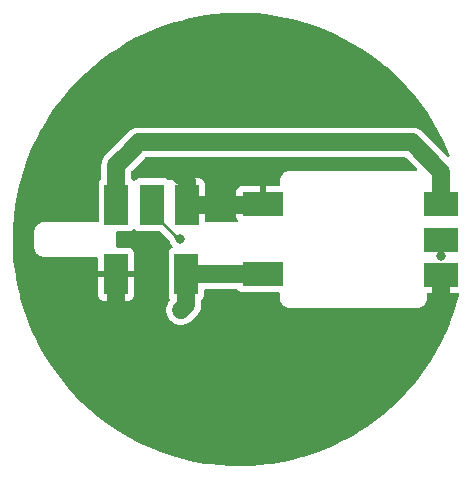
<source format=gbr>
%TF.GenerationSoftware,KiCad,Pcbnew,(6.0.0-0)*%
%TF.CreationDate,2022-03-12T21:24:33+01:00*%
%TF.ProjectId,GlowTubeLEDconnectorA_PCB,476c6f77-5475-4626-954c-4544636f6e6e,rev?*%
%TF.SameCoordinates,Original*%
%TF.FileFunction,Copper,L2,Bot*%
%TF.FilePolarity,Positive*%
%FSLAX46Y46*%
G04 Gerber Fmt 4.6, Leading zero omitted, Abs format (unit mm)*
G04 Created by KiCad (PCBNEW (6.0.0-0)) date 2022-03-12 21:24:33*
%MOMM*%
%LPD*%
G01*
G04 APERTURE LIST*
%TA.AperFunction,SMDPad,CuDef*%
%ADD10R,2.000000X3.500000*%
%TD*%
%TA.AperFunction,SMDPad,CuDef*%
%ADD11R,3.500000X2.000000*%
%TD*%
%TA.AperFunction,SMDPad,CuDef*%
%ADD12R,3.000000X2.000000*%
%TD*%
%TA.AperFunction,ViaPad*%
%ADD13C,0.800000*%
%TD*%
%TA.AperFunction,Conductor*%
%ADD14C,1.500000*%
%TD*%
%TA.AperFunction,Conductor*%
%ADD15C,0.250000*%
%TD*%
G04 APERTURE END LIST*
D10*
%TO.P,LED4,3,GND*%
%TO.N,GND*%
X92552800Y-72609000D03*
%TO.P,LED4,1,5V*%
%TO.N,+5V*%
X98517000Y-72609000D03*
%TD*%
D11*
%TO.P,LED3,1,5V*%
%TO.N,+5V*%
X104980000Y-72614000D03*
%TO.P,LED3,3,GND*%
%TO.N,GND*%
X104980000Y-66649800D03*
%TD*%
D12*
%TO.P,LED2,1,5V*%
%TO.N,+5V*%
X120105000Y-66681100D03*
%TO.P,LED2,2,Data*%
%TO.N,LED1 DATA OUT*%
X120105000Y-69686200D03*
%TO.P,LED2,3,GND*%
%TO.N,GND*%
X120105000Y-72645300D03*
%TD*%
D10*
%TO.P,LED1,3,GND*%
%TO.N,GND*%
X98557200Y-66711000D03*
%TO.P,LED1,2,Data*%
%TO.N,LED1 DATA OUT*%
X95598100Y-66711000D03*
%TO.P,LED1,1,5V*%
%TO.N,+5V*%
X92593000Y-66711000D03*
%TD*%
D13*
%TO.N,+5V*%
X93475000Y-62475000D03*
X98080000Y-75630000D03*
%TO.N,GND*%
X97320000Y-63490000D03*
X93550000Y-76720000D03*
%TO.N,LED1 DATA OUT*%
X98010000Y-69600000D03*
X120110000Y-71045798D03*
%TD*%
D14*
%TO.N,+5V*%
X94500000Y-61450000D02*
X93475000Y-62475000D01*
X93475000Y-62475000D02*
X92593000Y-63357000D01*
X98517000Y-72609000D02*
X98517000Y-75193000D01*
X98517000Y-75193000D02*
X98080000Y-75630000D01*
%TO.N,GND*%
X93550000Y-76720000D02*
X94550000Y-77720000D01*
X120105000Y-75445000D02*
X120105000Y-72645300D01*
X94550000Y-77720000D02*
X117830000Y-77720000D01*
X117830000Y-77720000D02*
X120105000Y-75445000D01*
X93550000Y-76720000D02*
X92552800Y-75722800D01*
X92552800Y-75722800D02*
X92552800Y-72609000D01*
X98557200Y-64727200D02*
X97320000Y-63490000D01*
X98557200Y-66711000D02*
X98557200Y-64727200D01*
D15*
%TO.N,LED1 DATA OUT*%
X98010000Y-69600000D02*
X97850000Y-69600000D01*
X97850000Y-69600000D02*
X95598100Y-67348100D01*
X95598100Y-67348100D02*
X95598100Y-66711000D01*
D14*
%TO.N,+5V*%
X120105000Y-66681100D02*
X120105000Y-63915000D01*
X120105000Y-63915000D02*
X117640000Y-61450000D01*
X117640000Y-61450000D02*
X94500000Y-61450000D01*
X92593000Y-63357000D02*
X92593000Y-66711000D01*
X104980000Y-72614000D02*
X98522000Y-72614000D01*
X98522000Y-72614000D02*
X98517000Y-72609000D01*
%TO.N,GND*%
X98557200Y-66711000D02*
X104918800Y-66711000D01*
X104918800Y-66711000D02*
X104980000Y-66649800D01*
D15*
%TO.N,LED1 DATA OUT*%
X120105000Y-71040798D02*
X120105000Y-69686200D01*
X120110000Y-71045798D02*
X120105000Y-71040798D01*
%TD*%
%TA.AperFunction,Conductor*%
%TO.N,GND*%
G36*
X103542999Y-50475468D02*
G01*
X103548714Y-50475627D01*
X104412739Y-50519397D01*
X104418440Y-50519816D01*
X105279561Y-50602732D01*
X105285238Y-50603409D01*
X106141727Y-50725305D01*
X106147368Y-50726239D01*
X106997418Y-50886858D01*
X107003010Y-50888046D01*
X107844948Y-51087072D01*
X107850481Y-51088514D01*
X108682470Y-51325512D01*
X108687928Y-51327201D01*
X109508358Y-51601713D01*
X109513718Y-51603642D01*
X110320852Y-51915090D01*
X110326115Y-51917260D01*
X111118282Y-52264997D01*
X111123464Y-52267413D01*
X111898998Y-52650706D01*
X111904065Y-52653355D01*
X112661460Y-53071460D01*
X112666401Y-53074335D01*
X113404032Y-53526356D01*
X113408837Y-53529453D01*
X114125190Y-54014460D01*
X114129851Y-54017772D01*
X114823503Y-54534804D01*
X114827976Y-54538300D01*
X115338666Y-54956294D01*
X115497450Y-55086257D01*
X115501791Y-55089978D01*
X116145688Y-55667714D01*
X116149856Y-55671627D01*
X116766921Y-56278015D01*
X116770905Y-56282113D01*
X117224742Y-56770499D01*
X117359799Y-56915838D01*
X117363595Y-56920114D01*
X117923134Y-57579901D01*
X117926732Y-57584344D01*
X118455764Y-58268831D01*
X118459157Y-58273432D01*
X118956615Y-58981243D01*
X118959795Y-58985994D01*
X119424615Y-59715616D01*
X119427577Y-59720507D01*
X119858818Y-60470458D01*
X119861555Y-60475477D01*
X120258348Y-61244248D01*
X120260847Y-61249374D01*
X120622359Y-62035355D01*
X120624610Y-62040556D01*
X120771572Y-62402479D01*
X120810518Y-62498393D01*
X120817614Y-62569034D01*
X120785392Y-62632298D01*
X120724082Y-62668098D01*
X120653150Y-62665068D01*
X120604680Y-62634892D01*
X118594525Y-60624737D01*
X118583657Y-60612346D01*
X118573533Y-60599152D01*
X118570123Y-60594708D01*
X118509826Y-60539842D01*
X118505531Y-60535743D01*
X118489590Y-60519802D01*
X118487440Y-60518004D01*
X118469577Y-60503068D01*
X118465602Y-60499600D01*
X118408112Y-60447288D01*
X118408103Y-60447281D01*
X118403964Y-60443515D01*
X118388773Y-60433986D01*
X118374907Y-60423911D01*
X118365451Y-60416004D01*
X118365441Y-60415997D01*
X118361146Y-60412406D01*
X118288752Y-60371113D01*
X118284232Y-60368408D01*
X118274620Y-60362378D01*
X118229692Y-60334195D01*
X118218404Y-60327114D01*
X118218401Y-60327112D01*
X118213656Y-60324136D01*
X118208451Y-60322043D01*
X118208448Y-60322042D01*
X118197021Y-60317448D01*
X118181589Y-60309988D01*
X118170881Y-60303880D01*
X118170872Y-60303876D01*
X118166007Y-60301101D01*
X118160730Y-60299232D01*
X118160725Y-60299230D01*
X118087458Y-60273285D01*
X118082522Y-60271420D01*
X118010416Y-60242434D01*
X118005217Y-60240344D01*
X117999730Y-60239208D01*
X117999728Y-60239207D01*
X117987651Y-60236706D01*
X117971156Y-60232101D01*
X117954241Y-60226111D01*
X117871990Y-60212641D01*
X117866820Y-60211683D01*
X117785233Y-60194787D01*
X117780621Y-60194521D01*
X117780620Y-60194521D01*
X117757452Y-60193185D01*
X117744347Y-60191738D01*
X117738090Y-60190714D01*
X117738086Y-60190714D01*
X117732543Y-60189806D01*
X117726930Y-60189894D01*
X117726928Y-60189894D01*
X117625736Y-60191484D01*
X117623757Y-60191500D01*
X94591396Y-60191500D01*
X94574949Y-60190422D01*
X94570270Y-60189806D01*
X94552914Y-60187521D01*
X94547314Y-60187785D01*
X94547313Y-60187785D01*
X94471504Y-60191360D01*
X94465569Y-60191500D01*
X94443001Y-60191500D01*
X94440218Y-60191748D01*
X94440204Y-60191749D01*
X94417023Y-60193818D01*
X94411760Y-60194177D01*
X94382342Y-60195564D01*
X94328512Y-60198103D01*
X94311023Y-60202108D01*
X94294104Y-60204788D01*
X94289618Y-60205189D01*
X94276238Y-60206383D01*
X94270830Y-60207862D01*
X94270827Y-60207863D01*
X94195870Y-60228369D01*
X94190752Y-60229655D01*
X94115000Y-60247005D01*
X94114998Y-60247006D01*
X94109530Y-60248258D01*
X94099030Y-60252737D01*
X94093033Y-60255294D01*
X94076858Y-60260927D01*
X94070806Y-60262583D01*
X94059549Y-60265663D01*
X94054494Y-60268074D01*
X94054489Y-60268076D01*
X93984317Y-60301546D01*
X93979508Y-60303717D01*
X93908053Y-60334195D01*
X93908047Y-60334198D01*
X93902892Y-60336397D01*
X93887902Y-60346244D01*
X93872974Y-60354655D01*
X93856782Y-60362378D01*
X93852229Y-60365650D01*
X93852225Y-60365652D01*
X93789103Y-60411010D01*
X93784753Y-60413999D01*
X93761277Y-60429420D01*
X93715126Y-60459735D01*
X93694338Y-60478257D01*
X93684061Y-60486490D01*
X93674346Y-60493471D01*
X93601166Y-60568986D01*
X93599970Y-60570221D01*
X93598581Y-60571632D01*
X92647491Y-61522721D01*
X91767733Y-62402479D01*
X91755342Y-62413346D01*
X91737708Y-62426877D01*
X91683188Y-62486794D01*
X91682842Y-62487174D01*
X91678743Y-62491469D01*
X91662802Y-62507410D01*
X91661007Y-62509557D01*
X91661005Y-62509559D01*
X91646068Y-62527423D01*
X91642600Y-62531398D01*
X91590288Y-62588888D01*
X91590281Y-62588897D01*
X91586515Y-62593036D01*
X91583538Y-62597782D01*
X91583537Y-62597783D01*
X91576987Y-62608225D01*
X91566911Y-62622093D01*
X91559004Y-62631549D01*
X91558997Y-62631559D01*
X91555406Y-62635854D01*
X91514118Y-62708240D01*
X91511413Y-62712759D01*
X91467136Y-62783344D01*
X91465043Y-62788549D01*
X91465042Y-62788552D01*
X91460448Y-62799979D01*
X91452988Y-62815411D01*
X91446880Y-62826119D01*
X91446876Y-62826128D01*
X91444101Y-62830993D01*
X91442232Y-62836270D01*
X91442230Y-62836275D01*
X91416285Y-62909542D01*
X91414420Y-62914478D01*
X91383344Y-62991783D01*
X91382208Y-62997270D01*
X91382207Y-62997272D01*
X91379706Y-63009349D01*
X91375101Y-63025844D01*
X91369111Y-63042759D01*
X91368204Y-63048298D01*
X91355643Y-63125001D01*
X91354683Y-63130180D01*
X91337787Y-63211767D01*
X91337521Y-63216379D01*
X91337521Y-63216380D01*
X91336185Y-63239548D01*
X91334738Y-63252653D01*
X91333714Y-63258910D01*
X91332806Y-63264457D01*
X91332894Y-63270070D01*
X91332894Y-63270072D01*
X91334484Y-63371264D01*
X91334500Y-63373243D01*
X91334500Y-64456198D01*
X91314498Y-64524319D01*
X91284065Y-64557024D01*
X91229739Y-64597739D01*
X91142385Y-64714295D01*
X91091255Y-64850684D01*
X91084500Y-64912866D01*
X91084500Y-68076000D01*
X91064498Y-68144121D01*
X91010842Y-68190614D01*
X90958500Y-68202000D01*
X86511635Y-68202000D01*
X86490731Y-68200254D01*
X86487565Y-68199721D01*
X86470967Y-68196929D01*
X86464777Y-68196853D01*
X86463292Y-68196835D01*
X86463287Y-68196835D01*
X86458428Y-68196776D01*
X86453614Y-68197465D01*
X86453605Y-68197466D01*
X86431779Y-68200592D01*
X86426278Y-68201256D01*
X86300032Y-68213691D01*
X86294108Y-68215488D01*
X86153646Y-68258096D01*
X86153643Y-68258097D01*
X86147723Y-68259893D01*
X86007355Y-68334922D01*
X85884321Y-68435893D01*
X85783350Y-68558927D01*
X85708321Y-68699295D01*
X85706525Y-68705215D01*
X85706524Y-68705218D01*
X85690071Y-68759459D01*
X85662119Y-68851604D01*
X85656209Y-68911615D01*
X85650745Y-68967090D01*
X85649854Y-68974109D01*
X85645242Y-69003730D01*
X85646406Y-69012632D01*
X85646406Y-69012635D01*
X85649364Y-69035251D01*
X85650428Y-69051589D01*
X85650428Y-70260672D01*
X85648928Y-70280056D01*
X85645242Y-70303730D01*
X85646406Y-70312631D01*
X85646406Y-70312637D01*
X85647650Y-70322147D01*
X85648107Y-70326133D01*
X85656208Y-70408385D01*
X85662119Y-70468396D01*
X85663914Y-70474314D01*
X85663915Y-70474318D01*
X85684348Y-70541676D01*
X85708321Y-70620705D01*
X85783350Y-70761073D01*
X85787281Y-70765863D01*
X85827058Y-70814331D01*
X85884321Y-70884107D01*
X85889106Y-70888034D01*
X85943782Y-70932905D01*
X86007355Y-70985078D01*
X86147723Y-71060107D01*
X86153643Y-71061903D01*
X86153646Y-71061904D01*
X86294110Y-71104513D01*
X86294114Y-71104514D01*
X86300032Y-71106309D01*
X86306195Y-71106916D01*
X86407229Y-71116867D01*
X86415784Y-71118006D01*
X86441096Y-71122265D01*
X86441101Y-71122265D01*
X86445889Y-71123071D01*
X86452188Y-71123148D01*
X86453569Y-71123165D01*
X86453573Y-71123165D01*
X86458428Y-71123224D01*
X86486016Y-71119273D01*
X86503879Y-71118000D01*
X90918800Y-71118000D01*
X90986921Y-71138002D01*
X91033414Y-71191658D01*
X91044800Y-71244000D01*
X91044800Y-72336885D01*
X91049275Y-72352124D01*
X91050665Y-72353329D01*
X91058348Y-72355000D01*
X94042684Y-72355000D01*
X94057923Y-72350525D01*
X94059128Y-72349135D01*
X94060799Y-72341452D01*
X94060799Y-70814331D01*
X94060429Y-70807510D01*
X94054905Y-70756648D01*
X94051279Y-70741396D01*
X94006124Y-70620946D01*
X93997586Y-70605351D01*
X93921085Y-70503276D01*
X93908524Y-70490715D01*
X93806449Y-70414214D01*
X93790854Y-70405676D01*
X93670406Y-70360522D01*
X93655151Y-70356895D01*
X93604286Y-70351369D01*
X93597472Y-70351000D01*
X92692428Y-70351001D01*
X92624307Y-70330999D01*
X92577814Y-70277343D01*
X92566428Y-70225001D01*
X92566428Y-69095500D01*
X92586430Y-69027379D01*
X92640086Y-68980886D01*
X92692428Y-68969500D01*
X93641134Y-68969500D01*
X93703316Y-68962745D01*
X93839705Y-68911615D01*
X93956261Y-68824261D01*
X93994724Y-68772940D01*
X94051583Y-68730425D01*
X94122402Y-68725399D01*
X94184695Y-68759459D01*
X94196376Y-68772940D01*
X94234839Y-68824261D01*
X94351395Y-68911615D01*
X94487784Y-68962745D01*
X94549966Y-68969500D01*
X96271406Y-68969500D01*
X96339527Y-68989502D01*
X96360501Y-69006405D01*
X97083521Y-69729425D01*
X97116386Y-69789951D01*
X97116458Y-69789928D01*
X97175473Y-69971556D01*
X97270960Y-70136944D01*
X97329812Y-70202305D01*
X97360527Y-70266310D01*
X97351764Y-70336763D01*
X97306301Y-70391295D01*
X97280407Y-70404594D01*
X97270295Y-70408385D01*
X97153739Y-70495739D01*
X97066385Y-70612295D01*
X97015255Y-70748684D01*
X97008500Y-70810866D01*
X97008500Y-74407134D01*
X97015255Y-74469316D01*
X97066385Y-74605705D01*
X97071770Y-74612890D01*
X97071771Y-74612892D01*
X97115020Y-74670599D01*
X97139868Y-74737106D01*
X97124815Y-74806488D01*
X97110857Y-74826986D01*
X97046003Y-74904552D01*
X97042406Y-74908854D01*
X96931101Y-75103993D01*
X96929232Y-75109270D01*
X96929230Y-75109275D01*
X96857984Y-75310469D01*
X96856111Y-75315759D01*
X96819806Y-75537457D01*
X96823335Y-75762081D01*
X96824415Y-75767586D01*
X96862384Y-75961115D01*
X96866585Y-75982529D01*
X96868623Y-75987755D01*
X96868624Y-75987760D01*
X96897895Y-76062836D01*
X96948190Y-76191835D01*
X97065570Y-76383382D01*
X97069305Y-76387575D01*
X97069308Y-76387578D01*
X97176887Y-76508321D01*
X97215015Y-76551115D01*
X97391801Y-76689734D01*
X97396760Y-76692359D01*
X97396759Y-76692359D01*
X97497697Y-76745802D01*
X97590341Y-76794854D01*
X97595687Y-76796560D01*
X97595689Y-76796561D01*
X97705925Y-76831742D01*
X97804357Y-76863156D01*
X97809914Y-76863888D01*
X97809916Y-76863888D01*
X97915721Y-76877817D01*
X98027086Y-76892479D01*
X98032685Y-76892215D01*
X98032687Y-76892215D01*
X98139287Y-76887187D01*
X98251488Y-76881896D01*
X98387347Y-76850780D01*
X98465005Y-76832994D01*
X98465009Y-76832993D01*
X98470470Y-76831742D01*
X98677109Y-76743603D01*
X98759117Y-76689734D01*
X98861020Y-76622797D01*
X98861024Y-76622794D01*
X98864874Y-76620265D01*
X98868312Y-76617202D01*
X98868317Y-76617198D01*
X98889383Y-76598428D01*
X98907509Y-76582278D01*
X99342270Y-76147518D01*
X99354654Y-76136657D01*
X99372292Y-76123123D01*
X99376063Y-76118978D01*
X99376067Y-76118975D01*
X99427149Y-76062836D01*
X99431247Y-76058541D01*
X99447198Y-76042590D01*
X99463942Y-76022564D01*
X99467401Y-76018599D01*
X99505235Y-75977021D01*
X99523485Y-75956964D01*
X99533016Y-75941770D01*
X99543085Y-75927910D01*
X99554593Y-75914147D01*
X99595869Y-75841782D01*
X99598579Y-75837253D01*
X99639885Y-75771405D01*
X99642864Y-75766656D01*
X99649553Y-75750017D01*
X99657012Y-75734587D01*
X99663119Y-75723881D01*
X99663123Y-75723872D01*
X99665898Y-75719007D01*
X99693712Y-75640462D01*
X99695573Y-75635537D01*
X99724561Y-75563428D01*
X99726656Y-75558217D01*
X99730296Y-75540639D01*
X99734902Y-75524146D01*
X99740888Y-75507241D01*
X99748572Y-75460322D01*
X99754352Y-75425023D01*
X99755314Y-75419833D01*
X99757329Y-75410107D01*
X99772213Y-75338233D01*
X99773816Y-75310437D01*
X99775263Y-75297331D01*
X99776286Y-75291086D01*
X99776287Y-75291079D01*
X99777193Y-75285543D01*
X99776004Y-75209808D01*
X99775516Y-75178770D01*
X99775500Y-75176791D01*
X99775500Y-74863802D01*
X99795502Y-74795681D01*
X99825935Y-74762976D01*
X99873081Y-74727642D01*
X99880261Y-74722261D01*
X99967615Y-74605705D01*
X100018745Y-74469316D01*
X100025500Y-74407134D01*
X100025500Y-73998500D01*
X100045502Y-73930379D01*
X100099158Y-73883886D01*
X100151500Y-73872500D01*
X102725198Y-73872500D01*
X102793319Y-73892502D01*
X102826024Y-73922935D01*
X102866739Y-73977261D01*
X102983295Y-74064615D01*
X103119684Y-74115745D01*
X103181866Y-74122500D01*
X106324428Y-74122500D01*
X106392549Y-74142502D01*
X106439042Y-74196158D01*
X106450428Y-74248500D01*
X106450428Y-74610672D01*
X106448928Y-74630056D01*
X106445242Y-74653730D01*
X106446406Y-74662631D01*
X106446406Y-74662637D01*
X106447650Y-74672147D01*
X106448107Y-74676133D01*
X106458378Y-74780410D01*
X106462119Y-74818396D01*
X106463914Y-74824314D01*
X106463915Y-74824318D01*
X106484293Y-74891496D01*
X106508321Y-74970705D01*
X106583350Y-75111073D01*
X106684321Y-75234107D01*
X106689106Y-75238034D01*
X106777330Y-75310437D01*
X106807355Y-75335078D01*
X106947723Y-75410107D01*
X106953643Y-75411903D01*
X106953646Y-75411904D01*
X107094110Y-75454513D01*
X107094114Y-75454514D01*
X107100032Y-75456309D01*
X107106195Y-75456916D01*
X107207229Y-75466867D01*
X107215784Y-75468006D01*
X107241096Y-75472265D01*
X107241101Y-75472265D01*
X107245889Y-75473071D01*
X107252188Y-75473148D01*
X107253569Y-75473165D01*
X107253573Y-75473165D01*
X107258428Y-75473224D01*
X107286016Y-75469273D01*
X107303879Y-75468000D01*
X118016793Y-75468000D01*
X118037697Y-75469746D01*
X118057461Y-75473071D01*
X118063651Y-75473147D01*
X118065136Y-75473165D01*
X118065141Y-75473165D01*
X118070000Y-75473224D01*
X118074814Y-75472535D01*
X118074823Y-75472534D01*
X118096649Y-75469408D01*
X118102150Y-75468744D01*
X118228396Y-75456309D01*
X118234320Y-75454512D01*
X118374782Y-75411904D01*
X118374785Y-75411903D01*
X118380705Y-75410107D01*
X118521073Y-75335078D01*
X118551098Y-75310437D01*
X118639322Y-75238034D01*
X118644107Y-75234107D01*
X118745078Y-75111073D01*
X118820107Y-74970705D01*
X118844135Y-74891496D01*
X118864513Y-74824318D01*
X118864514Y-74824314D01*
X118866309Y-74818396D01*
X118874315Y-74737106D01*
X118876867Y-74711199D01*
X118878006Y-74702644D01*
X118882265Y-74677332D01*
X118882265Y-74677327D01*
X118883071Y-74672539D01*
X118883224Y-74660000D01*
X118879273Y-74632412D01*
X118878000Y-74614549D01*
X118878000Y-74279300D01*
X118898002Y-74211179D01*
X118951658Y-74164686D01*
X119004000Y-74153300D01*
X119832885Y-74153300D01*
X119848124Y-74148825D01*
X119849329Y-74147435D01*
X119851000Y-74139752D01*
X119851000Y-72517300D01*
X119871002Y-72449179D01*
X119924658Y-72402686D01*
X119977000Y-72391300D01*
X120233000Y-72391300D01*
X120301121Y-72411302D01*
X120347614Y-72464958D01*
X120359000Y-72517300D01*
X120359000Y-74135184D01*
X120363475Y-74150423D01*
X120364865Y-74151628D01*
X120372548Y-74153299D01*
X121506634Y-74153299D01*
X121574755Y-74173301D01*
X121621248Y-74226957D01*
X121631352Y-74297231D01*
X121629454Y-74307429D01*
X121616230Y-74365166D01*
X121614827Y-74370708D01*
X121383642Y-75204335D01*
X121381990Y-75209808D01*
X121342330Y-75331147D01*
X121113210Y-76032140D01*
X121111329Y-76037482D01*
X120863873Y-76692359D01*
X120805522Y-76846780D01*
X120803381Y-76852078D01*
X120569493Y-77395160D01*
X120461189Y-77646638D01*
X120458815Y-77651823D01*
X120342132Y-77892123D01*
X120080931Y-78430045D01*
X120078318Y-78435130D01*
X119665521Y-79195408D01*
X119662680Y-79200369D01*
X119215812Y-79941151D01*
X119212760Y-79945960D01*
X118829650Y-80520409D01*
X118732760Y-80665689D01*
X118729481Y-80670372D01*
X118217313Y-81367605D01*
X118213825Y-81372134D01*
X117670559Y-82045410D01*
X117666882Y-82049761D01*
X117093634Y-82697701D01*
X117089757Y-82701888D01*
X116494961Y-83315669D01*
X116487705Y-83323157D01*
X116483634Y-83327171D01*
X115854038Y-83920472D01*
X115849789Y-83924298D01*
X115193916Y-84488438D01*
X115189498Y-84492067D01*
X114508724Y-85025861D01*
X114504147Y-85029286D01*
X113799820Y-85531678D01*
X113795091Y-85534891D01*
X113068738Y-86004790D01*
X113063868Y-86007786D01*
X112316942Y-86444254D01*
X112311942Y-86447026D01*
X111545958Y-86849177D01*
X111540857Y-86851709D01*
X111295442Y-86966670D01*
X110757428Y-87218694D01*
X110752197Y-87221001D01*
X109952933Y-87552067D01*
X109947603Y-87554134D01*
X109134162Y-87848595D01*
X109128743Y-87850419D01*
X108715433Y-87979151D01*
X108302761Y-88107684D01*
X108297281Y-88109256D01*
X107460455Y-88328794D01*
X107454925Y-88330111D01*
X106774261Y-88476033D01*
X106609011Y-88511459D01*
X106603395Y-88512530D01*
X105750134Y-88655316D01*
X105744495Y-88656129D01*
X105283432Y-88711923D01*
X104885652Y-88760060D01*
X104879962Y-88760618D01*
X104017301Y-88825482D01*
X104011592Y-88825782D01*
X103529582Y-88840088D01*
X103146812Y-88851448D01*
X103141115Y-88851487D01*
X102477608Y-88841064D01*
X102276130Y-88837899D01*
X102270417Y-88837680D01*
X101406917Y-88784866D01*
X101401220Y-88784388D01*
X100540985Y-88692455D01*
X100535315Y-88691718D01*
X100136594Y-88630705D01*
X99680144Y-88560858D01*
X99674555Y-88559873D01*
X99250370Y-88475112D01*
X98826205Y-88390355D01*
X98820626Y-88389108D01*
X98198251Y-88235087D01*
X97980829Y-88181281D01*
X97975343Y-88179791D01*
X97297997Y-87979151D01*
X97145848Y-87934082D01*
X97140405Y-87932335D01*
X96884680Y-87843783D01*
X96322893Y-87649247D01*
X96317561Y-87647264D01*
X95915646Y-87487322D01*
X95513745Y-87327386D01*
X95508482Y-87325152D01*
X94720004Y-86969141D01*
X94714848Y-86966670D01*
X94203852Y-86707427D01*
X93943353Y-86575268D01*
X93938324Y-86572572D01*
X93185344Y-86146556D01*
X93180454Y-86143640D01*
X92447599Y-85683921D01*
X92442826Y-85680774D01*
X92227504Y-85531678D01*
X91731578Y-85188283D01*
X91726976Y-85184941D01*
X91038774Y-84660671D01*
X91034306Y-84657104D01*
X90370616Y-84102173D01*
X90366315Y-84098407D01*
X89728504Y-83513961D01*
X89724377Y-83510004D01*
X89113707Y-82897198D01*
X89109785Y-82893080D01*
X88527527Y-82253188D01*
X88523788Y-82248885D01*
X87971186Y-81583274D01*
X87967634Y-81578793D01*
X87721746Y-81253670D01*
X87445777Y-80888775D01*
X87442440Y-80884147D01*
X86952433Y-80171181D01*
X86949303Y-80166397D01*
X86492157Y-79431962D01*
X86489246Y-79427041D01*
X86065869Y-78672590D01*
X86063185Y-78667542D01*
X85674473Y-77894676D01*
X85672021Y-77889512D01*
X85563378Y-77646638D01*
X85318769Y-77099808D01*
X85316556Y-77094544D01*
X85225410Y-76863156D01*
X84999487Y-76289617D01*
X84997516Y-76284259D01*
X84717277Y-75465746D01*
X84715577Y-75460388D01*
X84472748Y-74629977D01*
X84471277Y-74624485D01*
X84417448Y-74403669D01*
X91044801Y-74403669D01*
X91045171Y-74410490D01*
X91050695Y-74461352D01*
X91054321Y-74476604D01*
X91099476Y-74597054D01*
X91108014Y-74612649D01*
X91184515Y-74714724D01*
X91197076Y-74727285D01*
X91299151Y-74803786D01*
X91314746Y-74812324D01*
X91435194Y-74857478D01*
X91450449Y-74861105D01*
X91501314Y-74866631D01*
X91508128Y-74867000D01*
X92280685Y-74867000D01*
X92295924Y-74862525D01*
X92297129Y-74861135D01*
X92298800Y-74853452D01*
X92298800Y-74848884D01*
X92806800Y-74848884D01*
X92811275Y-74864123D01*
X92812665Y-74865328D01*
X92820348Y-74866999D01*
X93597469Y-74866999D01*
X93604290Y-74866629D01*
X93655152Y-74861105D01*
X93670404Y-74857479D01*
X93790854Y-74812324D01*
X93806449Y-74803786D01*
X93908524Y-74727285D01*
X93921085Y-74714724D01*
X93997586Y-74612649D01*
X94006124Y-74597054D01*
X94051278Y-74476606D01*
X94054905Y-74461351D01*
X94060431Y-74410486D01*
X94060800Y-74403672D01*
X94060800Y-72881115D01*
X94056325Y-72865876D01*
X94054935Y-72864671D01*
X94047252Y-72863000D01*
X92824915Y-72863000D01*
X92809676Y-72867475D01*
X92808471Y-72868865D01*
X92806800Y-72876548D01*
X92806800Y-74848884D01*
X92298800Y-74848884D01*
X92298800Y-72881115D01*
X92294325Y-72865876D01*
X92292935Y-72864671D01*
X92285252Y-72863000D01*
X91062916Y-72863000D01*
X91047677Y-72867475D01*
X91046472Y-72868865D01*
X91044801Y-72876548D01*
X91044801Y-74403669D01*
X84417448Y-74403669D01*
X84266385Y-73783984D01*
X84265157Y-73778400D01*
X84098602Y-72929464D01*
X84097629Y-72923830D01*
X83969759Y-72068233D01*
X83969042Y-72062561D01*
X83880113Y-71202011D01*
X83879655Y-71196312D01*
X83839694Y-70503276D01*
X83829856Y-70332647D01*
X83829656Y-70326942D01*
X83829598Y-70322147D01*
X83822356Y-69729425D01*
X83819087Y-69461882D01*
X83819147Y-69456165D01*
X83834922Y-68980625D01*
X83847830Y-68591529D01*
X83848149Y-68585826D01*
X83848932Y-68575884D01*
X83916025Y-67723369D01*
X83916603Y-67717685D01*
X84017421Y-66908275D01*
X84023531Y-66859217D01*
X84024366Y-66853561D01*
X84170130Y-66000809D01*
X84171221Y-65995197D01*
X84355518Y-65149934D01*
X84356863Y-65144377D01*
X84579309Y-64308366D01*
X84580904Y-64302876D01*
X84841045Y-63477812D01*
X84842887Y-63472400D01*
X85140194Y-62659971D01*
X85142280Y-62654648D01*
X85400255Y-62037938D01*
X85476139Y-61856533D01*
X85478463Y-61851314D01*
X85848163Y-61069209D01*
X85850722Y-61064097D01*
X86255547Y-60299514D01*
X86258337Y-60294523D01*
X86697401Y-59549139D01*
X86700414Y-59544280D01*
X87172864Y-58819545D01*
X87176093Y-58814828D01*
X87680921Y-58112284D01*
X87684362Y-58107718D01*
X87717049Y-58066330D01*
X88097699Y-57584344D01*
X88220537Y-57428805D01*
X88224181Y-57424400D01*
X88790606Y-56770499D01*
X88794447Y-56766263D01*
X89253887Y-56282114D01*
X89389968Y-56138715D01*
X89393965Y-56134691D01*
X89877230Y-55669634D01*
X90017341Y-55534803D01*
X90021549Y-55530934D01*
X90671465Y-54959969D01*
X90675844Y-54956294D01*
X91351006Y-54415387D01*
X91355548Y-54411914D01*
X92054556Y-53902188D01*
X92059251Y-53898925D01*
X92383522Y-53684295D01*
X92780675Y-53421426D01*
X92785493Y-53418393D01*
X93527823Y-52974117D01*
X93532775Y-52971303D01*
X94294492Y-52561161D01*
X94299582Y-52558567D01*
X95079123Y-52183399D01*
X95084330Y-52181037D01*
X95880094Y-51841616D01*
X95885374Y-51839504D01*
X96695735Y-51536522D01*
X96701094Y-51534656D01*
X97524379Y-51268742D01*
X97529810Y-51267123D01*
X98364288Y-51038836D01*
X98369826Y-51037455D01*
X99213775Y-50847264D01*
X99219379Y-50846134D01*
X100071074Y-50694424D01*
X100076724Y-50693549D01*
X100934428Y-50580630D01*
X100940111Y-50580013D01*
X101802097Y-50506114D01*
X101807787Y-50505756D01*
X102568323Y-50475210D01*
X102672191Y-50471038D01*
X102677908Y-50470938D01*
X103542999Y-50475468D01*
G37*
%TD.AperFunction*%
%TA.AperFunction,Conductor*%
G36*
X117134644Y-62728502D02*
G01*
X117155618Y-62745405D01*
X118047118Y-63636905D01*
X118081144Y-63699217D01*
X118076079Y-63770032D01*
X118033532Y-63826868D01*
X117967012Y-63851679D01*
X117958023Y-63852000D01*
X107311635Y-63852000D01*
X107290731Y-63850254D01*
X107287565Y-63849721D01*
X107270967Y-63846929D01*
X107264777Y-63846853D01*
X107263292Y-63846835D01*
X107263287Y-63846835D01*
X107258428Y-63846776D01*
X107253614Y-63847465D01*
X107253605Y-63847466D01*
X107231779Y-63850592D01*
X107226278Y-63851256D01*
X107100032Y-63863691D01*
X107094108Y-63865488D01*
X106953646Y-63908096D01*
X106953643Y-63908097D01*
X106947723Y-63909893D01*
X106807355Y-63984922D01*
X106684321Y-64085893D01*
X106583350Y-64208927D01*
X106508321Y-64349295D01*
X106506525Y-64355215D01*
X106506524Y-64355218D01*
X106473975Y-64462521D01*
X106462119Y-64501604D01*
X106451909Y-64605276D01*
X106450745Y-64617090D01*
X106449854Y-64624109D01*
X106445242Y-64653730D01*
X106446406Y-64662632D01*
X106446406Y-64662635D01*
X106449364Y-64685251D01*
X106450428Y-64701589D01*
X106450428Y-65015800D01*
X106430426Y-65083921D01*
X106376770Y-65130414D01*
X106324428Y-65141800D01*
X105252115Y-65141800D01*
X105236876Y-65146275D01*
X105235671Y-65147665D01*
X105234000Y-65155348D01*
X105234000Y-66777800D01*
X105213998Y-66845921D01*
X105160342Y-66892414D01*
X105108000Y-66903800D01*
X102740116Y-66903800D01*
X102724877Y-66908275D01*
X102723672Y-66909665D01*
X102722001Y-66917348D01*
X102722001Y-67694469D01*
X102722371Y-67701290D01*
X102727895Y-67752152D01*
X102731521Y-67767404D01*
X102776676Y-67887854D01*
X102785214Y-67903449D01*
X102857901Y-68000435D01*
X102882749Y-68066942D01*
X102867696Y-68136324D01*
X102817522Y-68186554D01*
X102757075Y-68202000D01*
X100191200Y-68202000D01*
X100123079Y-68181998D01*
X100076586Y-68128342D01*
X100065200Y-68076000D01*
X100065200Y-66983115D01*
X100060725Y-66967876D01*
X100059335Y-66966671D01*
X100051652Y-66965000D01*
X98429200Y-66965000D01*
X98361079Y-66944998D01*
X98314586Y-66891342D01*
X98303200Y-66839000D01*
X98303200Y-66438885D01*
X98811200Y-66438885D01*
X98815675Y-66454124D01*
X98817065Y-66455329D01*
X98824748Y-66457000D01*
X100047084Y-66457000D01*
X100062323Y-66452525D01*
X100063528Y-66451135D01*
X100065199Y-66443452D01*
X100065199Y-66377685D01*
X102722000Y-66377685D01*
X102726475Y-66392924D01*
X102727865Y-66394129D01*
X102735548Y-66395800D01*
X104707885Y-66395800D01*
X104723124Y-66391325D01*
X104724329Y-66389935D01*
X104726000Y-66382252D01*
X104726000Y-65159916D01*
X104721525Y-65144677D01*
X104720135Y-65143472D01*
X104712452Y-65141801D01*
X103185331Y-65141801D01*
X103178510Y-65142171D01*
X103127648Y-65147695D01*
X103112396Y-65151321D01*
X102991946Y-65196476D01*
X102976351Y-65205014D01*
X102874276Y-65281515D01*
X102861715Y-65294076D01*
X102785214Y-65396151D01*
X102776676Y-65411746D01*
X102731522Y-65532194D01*
X102727895Y-65547449D01*
X102722369Y-65598314D01*
X102722000Y-65605128D01*
X102722000Y-66377685D01*
X100065199Y-66377685D01*
X100065199Y-64916331D01*
X100064829Y-64909510D01*
X100059305Y-64858648D01*
X100055679Y-64843396D01*
X100010524Y-64722946D01*
X100001986Y-64707351D01*
X99925485Y-64605276D01*
X99912924Y-64592715D01*
X99810849Y-64516214D01*
X99795254Y-64507676D01*
X99674806Y-64462522D01*
X99659551Y-64458895D01*
X99608686Y-64453369D01*
X99601872Y-64453000D01*
X98829315Y-64453000D01*
X98814076Y-64457475D01*
X98812871Y-64458865D01*
X98811200Y-64466548D01*
X98811200Y-66438885D01*
X98303200Y-66438885D01*
X98303200Y-64471116D01*
X98298725Y-64455877D01*
X98297335Y-64454672D01*
X98289652Y-64453001D01*
X97512531Y-64453001D01*
X97505710Y-64453371D01*
X97454848Y-64458895D01*
X97439596Y-64462521D01*
X97319146Y-64507676D01*
X97303551Y-64516214D01*
X97201476Y-64592715D01*
X97188917Y-64605274D01*
X97178788Y-64618789D01*
X97121928Y-64661303D01*
X97051110Y-64666328D01*
X96988816Y-64632268D01*
X96977137Y-64618789D01*
X96961361Y-64597739D01*
X96844805Y-64510385D01*
X96708416Y-64459255D01*
X96646234Y-64452500D01*
X94549966Y-64452500D01*
X94487784Y-64459255D01*
X94351395Y-64510385D01*
X94234839Y-64597739D01*
X94229459Y-64604918D01*
X94229458Y-64604919D01*
X94196376Y-64649060D01*
X94139517Y-64691575D01*
X94068698Y-64696601D01*
X94006405Y-64662541D01*
X93994724Y-64649060D01*
X93961642Y-64604919D01*
X93961641Y-64604918D01*
X93956261Y-64597739D01*
X93901935Y-64557024D01*
X93859420Y-64500165D01*
X93851500Y-64456198D01*
X93851500Y-63930478D01*
X93871502Y-63862357D01*
X93888405Y-63841382D01*
X94405198Y-63324590D01*
X94405219Y-63324568D01*
X94984382Y-62745405D01*
X95046694Y-62711379D01*
X95073477Y-62708500D01*
X117066523Y-62708500D01*
X117134644Y-62728502D01*
G37*
%TD.AperFunction*%
%TD*%
M02*

</source>
